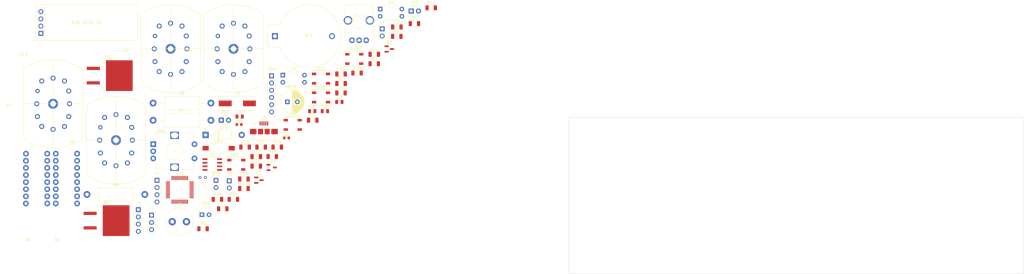
<source format=kicad_pcb>
(kicad_pcb (version 20211014) (generator pcbnew)
  (layers (0 "F.Cu" signal) (31 "B.Cu" signal) (34 "B.Paste" user) (35 "F.Paste" user) (36 "B.SilkS" user "B.Silkscreen") (37 "F.SilkS" user "F.Silkscreen") (38 "B.Mask" user) (39 "F.Mask" user) (44 "Edge.Cuts" user))
  (net 0 "")
  (net 1 "/RCC_OSC32_IN")
  (net 2 "/RCC_OSC32_OUT")
  (net 3 "/RCC_OSC8MGH_OUT")
  (net 4 "/RCC_OSC8MGH_IN")
  (net 5 "/SW_Encoder")
  (net 6 "Net-(D12-Pad4)")
  (net 7 "Net-(D10-Pad1)")
  (net 8 "/D2_X1")
  (net 9 "Net-(D12-Pad2)")
  (net 10 "Net-(D13-Pad2)")
  (net 12 "Net-(C18-Pad1)")
  (net 13 "Net-(C19-Pad1)")
  (net 14 "/D2_X4")
  (net 15 "Net-(D18-Pad2)")
  (net 16 "/D2_X2")
  (net 17 "/D2_X3")
  (net 18 "/D1_X1")
  (net 19 "/D1_X4")
  (net 20 "/D1_X2")
  (net 21 "/D1_X3")
  (net 22 "Net-(R5-Pad1)")
  (net 23 "Net-(L1-Pad2)")
  (net 24 "/VBAT")
  (net 25 "/LED_FRONT_PWM")
  (net 26 "GNDD")
  (net 27 "Net-(BT2-Pad1)")
  (net 28 "Net-(BT2-Pad2)")
  (net 29 "/LED_C13")
  (net 30 "/GND")
  (net 31 "+3.3V")
  (net 32 "+5V")
  (net 33 "Net-(C12-Pad1)")
  (net 34 "/NRST")
  (net 35 "HT")
  (net 36 "/ADC_IN1")
  (net 37 "/ADC_IN2")
  (net 39 "/HVT")
  (net 40 "/BTN_1")
  (net 41 "/BTN_2")
  (net 42 "/CLK_Encoder")
  (net 43 "/I2C_SCL")
  (net 44 "/DT_Encoder")
  (net 45 "/I2C_SDA")
  (net 46 "/PWM_WS2812B")
  (net 48 "/SYS_SWDIO")
  (net 49 "/SYS_SWCLK")
  (net 51 "Net-(D7-Pad1)")
  (net 52 "Net-(D8-Pad1)")
  (net 54 "/5V_BAT")
  (net 55 "/5V_USB")
  (net 56 "Net-(J4-Pad1)")
  (net 57 "Net-(J4-Pad2)")
  (net 58 "Net-(R5-Pad2)")
  (net 59 "/PWM1")
  (net 60 "Net-(Q3-Pad1)")
  (net 61 "/VCC1")
  (net 62 "Net-(R13-Pad2)")
  (net 63 "Net-(R14-Pad2)")
  (net 66 "Net-(J2-Pad1)")
  (net 67 "Net-(D5-Pad1)")
  (net 68 "Net-(D5-Pad9)")
  (net 69 "Net-(D5-Pad11)")
  (net 70 "Net-(D5-Pad14)")
  (net 71 "Net-(D5-Pad16)")
  (net 72 "Net-(D5-Pad15)")
  (net 73 "/LED_PWM")
  (net 74 "/LP2")
  (net 75 "/LP1")
  (net 79 "Net-(D5-Pad13)")
  (net 80 "Net-(D5-Pad10)")
  (net 81 "Net-(Q1-Pad1)")
  (net 82 "Net-(D5-Pad8)")
  (net 83 "Net-(Q2-Pad3)")
  (net 84 "Net-(D5-Pad2)")
  (net 86 "Net-(R7-Pad2)")
  (net 87 "Net-(D6-Pad1)")
  (net 90 "Net-(D6-Pad9)")
  (net 93 "Net-(D6-Pad10)")
  (net 94 "Net-(D6-Pad8)")
  (net 96 "Net-(D6-Pad2)")
  (net 100 "Net-(J2-Pad2)")
  (net 103 "Net-(D6-Pad11)")
  (net 104 "Net-(D6-Pad13)")
  (net 105 "Net-(D6-Pad14)")
  (net 106 "Net-(D6-Pad15)")
  (net 107 "Net-(D6-Pad16)")
  (net 114 "/PC13")
  (footprint "ИН12А:ИН12А" (layer "F.Cu") (at -156.905 53.517445)
    (fp_text reference "D3" (at -15.5 0.5 unlocked) (layer "F.SilkS"))
    (fp_text value "ИН-12А")
    (pad "1" thru_hole circle (at 4 8) (size 1.75 1.75) (drill 1) (layers *.Cu *.Mask) (net 100 "Net-(J2-Pad2)"))
    (pad "2" thru_hole circle (at 5.5 4.5) (size 1.75 1.75) (drill 1) (layers *.Cu *.Mask) (net 67 "Net-(D5-Pad1)"))
    (pad "3" thru_hole circle (at 5.75 0) (size 1.75 1.75) (drill 1) (layers *.Cu *.Mask) (net 68 "Net-(D5-Pad9)"))
    (pad "4" thru_hole circle (at 5.5 -4.5) (size 1.75 1.75) (drill 1) (layers *.Cu *.Mask) (net 69 "Net-(D5-Pad11)"))
    (pad "5" thru_hole circle (at 4 -8) (size 1.75 1.75) (drill 1) (layers *.Cu *.Mask) (net 70 "Net-(D5-Pad14)"))
    (pad "6" thru_hole circle (at 0 -9) (size 1.75 1.75) (drill 1) (layers *.Cu *.Mask) (net 71 "Net-(D5-Pad16)"))
    (pad "7" thru_hole circle (at -4 -8) (size 1.75 1.75) (drill 1) (layers *.Cu *.Mask) (net 72 "Net-(D5-Pad15)"))
    (pad "8" thru_hole circle (at -5.5 -4.5) (size 1.524 1.524) (drill 0.762) (layers *.Cu *.Mask) (net 79 "Net-(D5-Pad13)"))
    (pad "9" thru_hole circle (at -5.75 0) (size 1.75 1.75) (drill 1) (layers *.Cu *.Mask) (net 80 "Net-(D5-Pad10)"))
    (pad "10" thru_hole circle (at -5.5 4.5) (size 1.75 1.75) (drill 1) (layers *.Cu *.Mask) (net 82 "Net-(D5-Pad8)"))
    (pad "11" thru_hole circle (at -4 8) (size 1.75 1.75) (drill 1) (layers *.Cu *.Mask) (net 84 "Net-(D5-Pad2)"))
    (pad "12" thru_hole circle (at 0 9) (size 1.75 1.75) (drill 1) (layers *.Mask "F.Cu" "In1.Cu" "B.Cu"))
    (pad "13" thru_hole circle (at 0 0) (size 3.5 3.5) (drill 2) (layers *.Cu *.Mask))
  )
  (footprint "Capacitor_SMD:C_1206_3216Metric" (layer "F.Cu") (at -89.4 68.748748)
    (fp_text reference "C18" (at 0 -1.85) (layer "F.SilkS"))
    (fp_text value "~")
    (pad "1" smd roundrect (at -1.475 0) (size 1.15 1.8) (layers "F.Cu" "F.Paste" "F.Mask") (roundrect_rratio 0.217391) (net 12 "Net-(C18-Pad1)"))
    (pad "2" smd roundrect (at 1.475 0) (size 1.15 1.8) (layers "F.Cu" "F.Paste" "F.Mask") (roundrect_rratio 0.217391) (net 26 "GNDD"))
  )
  (footprint "Package_TO_SOT_SMD:TO-263-2" (layer "F.Cu") (at -138.12 94.608748)
    (fp_text reference "Q2" (at 0 -6.65) (layer "F.SilkS"))
    (fp_text value "IRF740")
    (pad "1" smd rect (at -5.775 -2.54) (size 4.6 1.1) (layers "F.Cu" "F.Paste" "F.Mask") (net 59 "/PWM1"))
    (pad "2" smd rect (at 3.375 0) (size 9.4 10.8) (layers "F.Cu" "F.Mask") (net 23 "Net-(L1-Pad2)"))
    (pad "3" smd rect (at -5.775 2.54) (size 4.6 1.1) (layers "F.Cu" "F.Paste" "F.Mask") (net 83 "Net-(Q2-Pad3)"))
  )
  (footprint "ИН12А:ИН12А" (layer "F.Cu") (at -134.785 66.327445)
    (fp_text reference "D2" (at -15.5 0.5 unlocked) (layer "F.SilkS"))
    (fp_text value "ИН-12А")
    (pad "1" thru_hole circle (at 4 8) (size 1.75 1.75) (drill 1) (layers *.Cu *.Mask) (net 66 "Net-(J2-Pad1)"))
    (pad "2" thru_hole circle (at 5.5 4.5) (size 1.75 1.75) (drill 1) (layers *.Cu *.Mask) (net 87 "Net-(D6-Pad1)"))
    (pad "3" thru_hole circle (at 5.75 0) (size 1.75 1.75) (drill 1) (layers *.Cu *.Mask) (net 90 "Net-(D6-Pad9)"))
    (pad "4" thru_hole circle (at 5.5 -4.5) (size 1.75 1.75) (drill 1) (layers *.Cu *.Mask) (net 103 "Net-(D6-Pad11)"))
    (pad "5" thru_hole circle (at 4 -8) (size 1.75 1.75) (drill 1) (layers *.Cu *.Mask) (net 105 "Net-(D6-Pad14)"))
    (pad "6" thru_hole circle (at 0 -9) (size 1.75 1.75) (drill 1) (layers *.Cu *.Mask) (net 107 "Net-(D6-Pad16)"))
    (pad "7" thru_hole circle (at -4 -8) (size 1.75 1.75) (drill 1) (layers *.Cu *.Mask) (net 106 "Net-(D6-Pad15)"))
    (pad "8" thru_hole circle (at -5.5 -4.5) (size 1.524 1.524) (drill 0.762) (layers *.Cu *.Mask) (net 104 "Net-(D6-Pad13)"))
    (pad "9" thru_hole circle (at -5.75 0) (size 1.75 1.75) (drill 1) (layers *.Cu *.Mask) (net 93 "Net-(D6-Pad10)"))
    (pad "10" thru_hole circle (at -5.5 4.5) (size 1.75 1.75) (drill 1) (layers *.Cu *.Mask) (net 94 "Net-(D6-Pad8)"))
    (pad "11" thru_hole circle (at -4 8) (size 1.75 1.75) (drill 1) (layers *.Cu *.Mask) (net 96 "Net-(D6-Pad2)"))
    (pad "12" thru_hole circle (at 0 9) (size 1.75 1.75) (drill 1) (layers *.Mask "F.Cu" "In1.Cu" "B.Cu"))
    (pad "13" thru_hole circle (at 0 0) (size 3.5 3.5) (drill 2) (layers *.Cu *.Mask))
  )
  (footprint "Connector_PinHeader_2.54mm:PinHeader_1x04_P2.54mm_Vertical" (layer "F.Cu") (at -120.37 80.438748)
    (fp_text reference "J7" (at 0 -2.33) (layer "F.SilkS"))
    (fp_text value "~")
    (pad "1" thru_hole rect (at 0 0) (size 1.7 1.7) (drill 1) (layers *.Cu *.Mask) (net 40 "/BTN_1"))
    (pad "2" thru_hole oval (at 0 2.54) (size 1.7 1.7) (drill 1) (layers *.Cu *.Mask) (net 41 "/BTN_2"))
    (pad "3" thru_hole oval (at 0 5.08) (size 1.7 1.7) (drill 1) (layers *.Cu *.Mask) (net 31 "+3.3V"))
    (pad "4" thru_hole oval (at 0 7.62) (size 1.7 1.7) (drill 1) (layers *.Cu *.Mask) (net 26 "GNDD"))
  )
  (footprint "Connector_PinHeader_2.54mm:PinHeader_1x02_P2.54mm_Vertical" (layer "F.Cu") (at -99.62 80.438748)
    (fp_text reference "BT2" (at 0 -2.33) (layer "F.SilkS"))
    (fp_text value "Battery_Cell")
    (pad "1" thru_hole rect (at 0 0) (size 1.7 1.7) (drill 1) (layers *.Cu *.Mask) (net 27 "Net-(BT2-Pad1)"))
    (pad "2" thru_hole oval (at 0 2.54) (size 1.7 1.7) (drill 1) (layers *.Cu *.Mask) (net 28 "Net-(BT2-Pad2)"))
  )
  (footprint "ИН12А:ИН12А" (layer "F.Cu") (at -93.475 34.207445)
    (fp_text reference "D4" (at -15.5 0.5 unlocked) (layer "F.SilkS"))
    (fp_text value "ИН-12А")
    (pad "1" thru_hole circle (at 4 8) (size 1.75 1.75) (drill 1) (layers *.Cu *.Mask) (net 100 "Net-(J2-Pad2)"))
    (pad "2" thru_hole circle (at 5.5 4.5) (size 1.75 1.75) (drill 1) (layers *.Cu *.Mask) (net 87 "Net-(D6-Pad1)"))
    (pad "3" thru_hole circle (at 5.75 0) (size 1.75 1.75) (drill 1) (layers *.Cu *.Mask) (net 90 "Net-(D6-Pad9)"))
    (pad "4" thru_hole circle (at 5.5 -4.5) (size 1.75 1.75) (drill 1) (layers *.Cu *.Mask) (net 103 "Net-(D6-Pad11)"))
    (pad "5" thru_hole circle (at 4 -8) (size 1.75 1.75) (drill 1) (layers *.Cu *.Mask) (net 105 "Net-(D6-Pad14)"))
    (pad "6" thru_hole circle (at 0 -9) (size 1.75 1.75) (drill 1) (layers *.Cu *.Mask) (net 107 "Net-(D6-Pad16)"))
    (pad "7" thru_hole circle (at -4 -8) (size 1.75 1.75) (drill 1) (layers *.Cu *.Mask) (net 106 "Net-(D6-Pad15)"))
    (pad "8" thru_hole circle (at -5.5 -4.5) (size 1.524 1.524) (drill 0.762) (layers *.Cu *.Mask) (net 104 "Net-(D6-Pad13)"))
    (pad "9" thru_hole circle (at -5.75 0) (size 1.75 1.75) (drill 1) (layers *.Cu *.Mask) (net 93 "Net-(D6-Pad10)"))
    (pad "10" thru_hole circle (at -5.5 4.5) (size 1.75 1.75) (drill 1) (layers *.Cu *.Mask) (net 94 "Net-(D6-Pad8)"))
    (pad "11" thru_hole circle (at -4 8) (size 1.75 1.75) (drill 1) (layers *.Cu *.Mask) (net 96 "Net-(D6-Pad2)"))
    (pad "12" thru_hole circle (at 0 9) (size 1.75 1.75) (drill 1) (layers *.Mask "F.Cu" "In1.Cu" "B.Cu"))
    (pad "13" thru_hole circle (at 0 0) (size 3.5 3.5) (drill 2) (layers *.Cu *.Mask))
  )
  (footprint "Capacitor_SMD:C_1206_3216Metric" (layer "F.Cu") (at -55.67 46.398748)
    (fp_text reference "C14" (at 0 -1.85) (layer "F.SilkS"))
    (fp_text value "100 pF")
    (pad "1" smd roundrect (at -1.475 0) (size 1.15 1.8) (layers "F.Cu" "F.Paste" "F.Mask") (roundrect_rratio 0.217391) (net 34 "/NRST"))
    (pad "2" smd roundrect (at 1.475 0) (size 1.15 1.8) (layers "F.Cu" "F.Paste" "F.Mask") (roundrect_rratio 0.217391) (net 26 "GNDD"))
  )
  (footprint "Capacitor_SMD:C_1206_3216Metric" (layer "F.Cu") (at -85.48 72.098748)
    (fp_text reference "C13" (at 0 -1.85) (layer "F.SilkS"))
    (fp_text value "1uF")
    (pad "1" smd roundrect (at -1.475 0) (size 1.15 1.8) (layers "F.Cu" "F.Paste" "F.Mask") (roundrect_rratio 0.217391) (net 32 "+5V"))
    (pad "2" smd roundrect (at 1.475 0) (size 1.15 1.8) (layers "F.Cu" "F.Paste" "F.Mask") (roundrect_rratio 0.217391) (net 26 "GNDD"))
  )
  (footprint "Capacitor_THT:CP_Radial_D8.0mm_P3.50mm" (layer "F.Cu") (at -74.545302 52.848748)
    (fp_text reference "C16" (at 1.75 -5.25) (layer "F.SilkS"))
    (fp_text value "22 uF")
    (pad "1" thru_hole rect (at 0 0) (size 1.6 1.6) (drill 0.8) (layers *.Cu *.Mask) (net 35 "HT"))
    (pad "2" thru_hole circle (at 3.5 0) (size 1.6 1.6) (drill 0.8) (layers *.Cu *.Mask) (net 26 "GNDD"))
  )
  (footprint "Resistor_SMD:R_1206_3216Metric" (layer "F.Cu") (at -29.87 25.338748)
    (fp_text reference "R4" (at 0 -1.82) (layer "F.SilkS"))
    (fp_text value "510R")
    (pad "1" smd roundrect (at -1.4625 0) (size 1.125 1.75) (layers "F.Cu" "F.Paste" "F.Mask") (roundrect_rratio 0.222222) (net 51 "Net-(D7-Pad1)"))
    (pad "2" smd roundrect (at 1.4625 0) (size 1.125 1.75) (layers "F.Cu" "F.Paste" "F.Mask") (roundrect_rratio 0.222222) (net 114 "/PC13"))
  )
  (footprint "Package_SO:SO-8_3.9x4.9mm_P1.27mm" (layer "F.Cu") (at -100.95 74.888748)
    (fp_text reference "U5" (at 0 -3.4) (layer "F.SilkS"))
    (fp_text value "MAX1771xSA")
    (pad "1" smd roundrect (at -2.575 -1.905) (size 1.75 0.6) (layers "F.Cu" "F.Paste" "F.Mask") (net 59 "/PWM1"))
    (pad "2" smd roundrect (at -2.575 -0.635) (size 1.75 0.6) (layers "F.Cu" "F.Paste" "F.Mask") (net 61 "/VCC1"))
    (pad "3" smd roundrect (at -2.575 0.635) (size 1.75 0.6) (layers "F.Cu" "F.Paste" "F.Mask") (net 86 "Net-(R7-Pad2)"))
    (pad "4" smd roundrect (at -2.575 1.905) (size 1.75 0.6) (layers "F.Cu" "F.Paste" "F.Mask") (net 26 "GNDD"))
    (pad "5" smd roundrect (at 2.575 1.905) (size 1.75 0.6) (layers "F.Cu" "F.Paste" "F.Mask") (net 33 "Net-(C12-Pad1)"))
    (pad "6" smd roundrect (at 2.575 0.635) (size 1.75 0.6) (layers "F.Cu" "F.Paste" "F.Mask") (net 26 "GNDD"))
    (pad "7" smd roundrect (at 2.575 -0.635) (size 1.75 0.6) (layers "F.Cu" "F.Paste" "F.Mask") (net 26 "GNDD"))
    (pad "8" smd roundrect (at 2.575 -1.905) (size 1.75 0.6) (layers "F.Cu" "F.Paste" "F.Mask") (net 83 "Net-(Q2-Pad3)"))
  )
  (footprint "LED_SMD:LED_WS2812B_PLCC4_5.0x5.0mm_P3.2mm" (layer "F.Cu") (at -51.015 37.763748)
    (fp_text reference "D12" (at 0 -3.5) (layer "F.SilkS"))
    (fp_text value "~")
    (fp_text user "1" (at -4.15 -1.6) (layer "F.SilkS"))
    (pad "1" smd rect (at -2.45 -1.65) (size 1.5 0.9) (layers "F.Cu" "F.Paste" "F.Mask") (net 32 "+5V"))
    (pad "2" smd rect (at -2.45 1.65) (size 1.5 0.9) (layers "F.Cu" "F.Paste" "F.Mask") (net 9 "Net-(D12-Pad2)"))
    (pad "3" smd rect (at 2.45 1.65) (size 1.5 0.9) (layers "F.Cu" "F.Paste" "F.Mask") (net 26 "GNDD"))
    (pad "4" smd rect (at 2.45 -1.65) (size 1.5 0.9) (layers "F.Cu" "F.Paste" "F.Mask") (net 6 "Net-(D12-Pad4)"))
  )
  (footprint "Package_TO_SOT_SMD:SOT-23" (layer "F.Cu") (at -38.71 34.268748)
    (fp_text reference "Q3" (at 0 -2.4) (layer "F.SilkS"))
    (fp_text value "2N7002")
    (pad "1" smd roundrect (at -0.9375 -0.95) (size 1.475 0.6) (layers "F.Cu" "F.Paste" "F.Mask") (net 60 "Net-(Q3-Pad1)"))
    (pad "2" smd roundrect (at -0.9375 0.95) (size 1.475 0.6) (layers "F.Cu" "F.Paste" "F.Mask") (net 61 "/VCC1"))
    (pad "3" smd roundrect (at 0.9375 0) (size 1.475 0.6) (layers "F.Cu" "F.Paste" "F.Mask") (net 32 "+5V"))
  )
  (footprint "Resistor_SMD:R_1206_3216Metric" (layer "F.Cu") (at -97.26 90.418748)
    (fp_text reference "R1" (at 0 -1.82) (layer "F.SilkS"))
    (fp_text value "510R")
    (pad "1" smd roundrect (at -1.4625 0) (size 1.125 1.75) (layers "F.Cu" "F.Paste" "F.Mask") (roundrect_rratio 0.222222) (net 52 "Net-(D8-Pad1)"))
    (pad "2" smd roundrect (at 1.4625 0) (size 1.125 1.75) (layers "F.Cu" "F.Paste" "F.Mask") (roundrect_rratio 0.222222) (net 26 "GNDD"))
  )
  (footprint "Capacitor_SMD:C_1206_3216Metric" (layer "F.Cu") (at -55.67 43.048748)
    (fp_text reference "C15" (at 0 -1.85) (layer "F.SilkS"))
    (fp_text value "1uF")
    (pad "1" smd roundrect (at -1.475 0) (size 1.15 1.8) (layers "F.Cu" "F.Paste" "F.Mask") (roundrect_rratio 0.217391) (net 31 "+3.3V"))
    (pad "2" smd roundrect (at 1.475 0) (size 1.15 1.8) (layers "F.Cu" "F.Paste" "F.Mask") (roundrect_rratio 0.217391) (net 26 "GNDD"))
  )
  (footprint "Button_Switch_SMD:SW_SPST_FSMSM" (layer "F.Cu") (at -98.7 69.138748)
    (fp_text reference "SW1" (at 0 -2.6) (layer "F.SilkS"))
    (fp_text value "~")
    (pad "1" smd rect (at -4.59 0) (size 2.18 1.6) (layers "F.Cu" "F.Paste" "F.Mask") (net 26 "GNDD"))
    (pad "2" smd rect (at 4.59 0) (size 2.18 1.6) (layers "F.Cu" "F.Paste" "F.Mask") (net 34 "/NRST"))
  )
  (footprint "Capacitor_THT:CP_Radial_Tantal_D5.0mm_P2.50mm" (layer "F.Cu") (at -104.580225 92.538748)
    (fp_text reference "C10" (at 1.25 -3.75) (layer "F.SilkS"))
    (fp_text value "100 uF")
    (pad "1" thru_hole rect (at 0 0) (size 1.6 1.6) (drill 0.8) (layers *.Cu *.Mask) (net 32 "+5V"))
    (pad "2" thru_hole circle (at 2.5 0) (size 1.6 1.6) (drill 0.8) (layers *.Cu *.Mask) (net 26 "GNDD"))
  )
  (footprint "Resistor_SMD:R_1206_3216Metric" (layer "F.Cu") (at -99.14 87.128748)
    (fp_text reference "R14" (at 0 -1.82) (layer "F.SilkS"))
    (fp_text value "36R")
    (pad "1" smd roundrect (at -1.4625 0) (size 1.125 1.75) (layers "F.Cu" "F.Paste" "F.Mask") (roundrect_rratio 0.222222) (net 74 "/LP2"))
    (pad "2" smd roundrect (at 1.4625 0) (size 1.125 1.75) (layers "F.Cu" "F.Paste" "F.Mask") (roundrect_rratio 0.222222) (net 63 "Net-(R14-Pad2)"))
  )
  (footprint "Capacitor_SMD:C_0805_2012Metric" (layer "F.Cu") (at -91.33 58.018748)
    (fp_text reference "C7" (at 0 -1.68) (layer "F.SilkS"))
    (fp_text value "~")
    (pad "1" smd roundrect (at -0.95 0) (size 1 1.45) (layers "F.Cu" "F.Paste" "F.Mask") (net 4 "/RCC_OSC8MGH_IN"))
    (pad "2" smd roundrect (at 0.95 0) (size 1 1.45) (layers "F.Cu" "F.Paste" "F.Mask") (net 26 "GNDD"))
  )
  (footprint "Resistor_SMD:R_1206_3216Metric" (layer "F.Cu") (at -23.97 19.788748)
    (fp_text reference "R12" (at 0 -1.82) (layer "F.SilkS"))
    (fp_text value "10кОм")
    (pad "1" smd roundrect (at -1.4625 0) (size 1.125 1.75) (layers "F.Cu" "F.Paste" "F.Mask") (roundrect_rratio 0.222222) (net 13 "Net-(C19-Pad1)"))
    (pad "2" smd roundrect (at 1.4625 0) (size 1.125 1.75) (layers "F.Cu" "F.Paste" "F.Mask") (roundrect_rratio 0.222222) (net 42 "/CLK_Encoder"))
  )
  (footprint "Capacitor_SMD:C_1206_3216Metric" (layer "F.Cu") (at -78.1 68.748748)
    (fp_text reference "C19" (at 0 -1.85) (layer "F.SilkS"))
    (fp_text value "100 nF")
    (pad "1" smd roundrect (at -1.475 0) (size 1.15 1.8) (layers "F.Cu" "F.Paste" "F.Mask") (roundrect_rratio 0.217391) (net 13 "Net-(C19-Pad1)"))
    (pad "2" smd roundrect (at 1.475 0) (size 1.15 1.8) (layers "F.Cu" "F.Paste" "F.Mask") (roundrect_rratio 0.217391) (net 26 "GNDD"))
  )
  (footprint "Resistor_SMD:R_1206_3216Metric" (layer "F.Cu") (at -36.07 29.838748)
    (fp_text reference "R2" (at 0 -1.82) (layer "F.SilkS"))
    (fp_text value "22 Omh")
    (pad "1" smd roundrect (at -1.4625 0) (size 1.125 1.75) (layers "F.Cu" "F.Paste" "F.Mask") (roundrect_rratio 0.222222) (net 73 "/LED_PWM"))
    (pad "2" smd roundrect (at 1.4625 0) (size 1.125 1.75) (layers "F.Cu" "F.Paste" "F.Mask") (roundrect_rratio 0.222222) (net 81 "Net-(Q1-Pad1)"))
  )
  (footprint "Package_DIP:DIP-4_W7.62mm" (layer "F.Cu") (at -76.14 43.448748)
    (fp_text reference "U2" (at 3.81 -2.33) (layer "F.SilkS"))
    (fp_text value "TLP627")
    (pad "1" thru_hole rect (at 0 0) (size 1.6 1.6) (drill 0.8) (layers *.Cu *.Mask) (net 63 "Net-(R14-Pad2)"))
    (pad "2" thru_hole oval (at 0 2.54) (size 1.6 1.6) (drill 0.8) (layers *.Cu *.Mask) (net 26 "GNDD"))
    (pad "3" thru_hole oval (at 7.62 2.54) (size 1.6 1.6) (drill 0.8) (layers *.Cu *.Mask) (net 57 "Net-(J4-Pad2)"))
    (pad "4" thru_hole oval (at 7.62 0) (size 1.6 1.6) (drill 0.8) (layers *.Cu *.Mask) (net 35 "HT"))
  )
  (footprint "Connector_PinHeader_2.54mm:PinHeader_1x02_P2.54mm_Vertical" (layer "F.Cu") (at -94.97 80.608748)
    (fp_text reference "J2" (at 0 -2.33) (layer "F.SilkS"))
    (fp_text value "~")
    (pad "1" thru_hole rect (at 0 0) (size 1.7 1.7) (drill 1) (layers *.Cu *.Mask) (net 66 "Net-(J2-Pad1)"))
    (pad "2" thru_hole oval (at 0 2.54) (size 1.7 1.7) (drill 1) (layers *.Cu *.Mask) (net 100 "Net-(J2-Pad2)"))
  )
  (footprint "Connector_PinHeader_2.54mm:PinHeader_1x04_P2.54mm_Vertical" (layer "F.Cu") (at -126.95 90.758748)
    (fp_text reference "J5" (at 0 -2.33) (layer "F.SilkS"))
    (fp_text value "~")
    (pad "1" thru_hole rect (at 0 0) (size 1.7 1.7) (drill 1) (layers *.Cu *.Mask) (net 26 "GNDD"))
    (pad "2" thru_hole oval (at 0 2.54) (size 1.7 1.7) (drill 1) (layers *.Cu *.Mask) (net 31 "+3.3V"))
    (pad "3" thru_hole oval (at 0 5.08) (size 1.7 1.7) (drill 1) (layers *.Cu *.Mask) (net 48 "/SYS_SWDIO"))
    (pad "4" thru_hole oval (at 0 7.62) (size 1.7 1.7) (drill 1) (layers *.Cu *.Mask) (net 49 "/SYS_SWCLK"))
  )
  (footprint "Package_DIP:DIP-4_W7.62mm" (layer "F.Cu") (at -41.9 20.218748)
    (fp_text reference "U1" (at 3.81 -2.33) (layer "F.SilkS"))
    (fp_text value "TLP627")
    (pad "1" thru_hole rect (at 0 0) (size 1.6 1.6) (drill 0.8) (layers *.Cu *.Mask) (net 62 "Net-(R13-Pad2)"))
    (pad "2" thru_hole oval (at 0 2.54) (size 1.6 1.6) (drill 0.8) (layers *.Cu *.Mask) (net 26 "GNDD"))
    (pad "3" thru_hole oval (at 7.62 2.54) (size 1.6 1.6) (drill 0.8) (layers *.Cu *.Mask) (net 56 "Net-(J4-Pad1)"))
    (pad "4" thru_hole oval (at 7.62 0) (size 1.6 1.6) (drill 0.8) (layers *.Cu *.Mask) (net 35 "HT"))
  )
  (footprint "Diode_THT:D_DO-41_SOD81_P12.70mm_Horizontal" (layer "F.Cu") (at -103.3 64.488748)
    (fp_text reference "D14" (at 6.35 -2.47) (layer "F.SilkS"))
    (fp_text value "~")
    (fp_text user "K" (at 0 -2.1) (layer "F.SilkS"))
    (pad "1" thru_hole rect (at 0 0) (size 2.2 2.2) (drill 1.1) (layers *.Cu *.Mask) (net 23 "Net-(L1-Pad2)"))
    (pad "2" thru_hole oval (at 12.7 0) (size 2.2 2.2) (drill 1.1) (layers *.Cu *.Mask) (net 35 "HT"))
  )
  (footprint "Resistor_THT:R_Axial_DIN0414_L11.9mm_D4.5mm_P20.32mm_Horizontal" (layer "F.Cu") (at -121.75 53.288748)
    (fp_text reference "R6" (at 10.16 -3.37) (layer "F.SilkS"))
    (fp_text value "0.05R")
    (pad "1" thru_hole circle (at 0 0) (size 2.4 2.4) (drill 1.2) (layers *.Cu *.Mask) (net 26 "GNDD"))
    (pad "2" thru_hole oval (at 20.32 0) (size 2.4 2.4) (drill 1.2) (layers *.Cu *.Mask) (net 83 "Net-(Q2-Pad3)"))
  )
  (footprint "Connector_PinHeader_2.54mm:PinHeader_1x02_P2.54mm_Vertical" (layer "F.Cu") (at -41.2 27.168748)
    (fp_text reference "J4" (at 0 -2.33) (layer "F.SilkS"))
    (fp_text value "~")
    (pad "1" thru_hole rect (at 0 0) (size 1.7 1.7) (drill 1) (layers *.Cu *.Mask) (net 56 "Net-(J4-Pad1)"))
    (pad "2" thru_hole oval (at 0 2.54) (size 1.7 1.7) (drill 1) (layers *.Cu *.Mask) (net 57 "Net-(J4-Pad2)"))
  )
  (footprint "LED_SMD:LED_0603_1608Metric" (layer "F.Cu") (at -91.51 60.818748)
    (fp_text reference "D8" (at 0 -1.43) (layer "F.SilkS"))
    (fp_text value "~")
    (pad "1" smd roundrect (at -0.7875 0) (size 0.875 0.95) (layers "F.Cu" "F.Paste" "F.Mask") (net 52 "Net-(D8-Pad1)"))
    (pad "2" smd roundrect (at 0.7875 0) (size 0.875 0.95) (layers "F.Cu" "F.Paste" "F.Mask") (net 31 "+3.3V"))
  )
  (footprint "ИН12А:К155ИД1" (layer "F.Cu") (at -153.465 98.573748)
    (fp_text reference "D5" (at -2 2.75 unlocked) (layer "F.SilkS"))
    (fp_text value "К155_ИД1")
    (pad "1" thru_hole circle (at -2.5 -27.5) (size 2 2) (drill 1) (layers *.Cu *.Mask) (net 67 "Net-(D5-Pad1)"))
    (pad "2" thru_hole circle (at -2.5 -25) (size 2 2) (drill 1) (layers *.Cu *.Mask) (net 84 "Net-(D5-Pad2)"))
    (pad "3" thru_hole circle (at -2.5 -22.5) (size 2 2) (drill 1) (layers *.Cu *.Mask) (net 8 "/D2_X1"))
    (pad "4" thru_hole circle (at -2.5 -20) (size 2 2) (drill 1) (layers *.Cu *.Mask) (net 14 "/D2_X4"))
    (pad "5" thru_hole circle (at -2.5 -17.5) (size 2 2) (drill 1) (layers *.Cu *.Mask) (net 32 "+5V"))
    (pad "6" thru_hole circle (at -2.5 -15) (size 2 2) (drill 1) (layers *.Cu *.Mask) (net 16 "/D2_X2"))
    (pad "7" thru_hole circle (at -2.5 -12.5) (size 2 2) (drill 1) (layers *.Cu *.Mask) (net 17 "/D2_X3"))
    (pad "8" thru_hole circle (at -2.5 -10) (size 2 2) (drill 1) (layers *.Cu *.Mask) (net 82 "Net-(D5-Pad8)"))
    (pad "9" thru_hole circle (at 5 -10) (size 2 2) (drill 1) (layers *.Cu *.Mask) (net 68 "Net-(D5-Pad9)"))
    (pad "10" thru_hole circle (at 5 -12.5) (size 2 2) (drill 1) (layers *.Cu *.Mask) (net 80 "Net-(D5-Pad10)"))
    (pad "11" thru_hole circle (at 5 -15) (size 2 2) (drill 1) (layers *.Cu *.Mask) (net 69 "Net-(D5-Pad11)"))
    (pad "12" thru_hole circle (at 5 -17.5) (size 2 2) (drill 1) (layers *.Cu *.Mask) (net 26 "GNDD"))
    (pad "13" thru_hole circle (at 5 -20) (size 2 2) (drill 1) (layers *.Cu *.Mask) (net 79 "Net-(D5-Pad13)"))
    (pad "14" thru_hole circle (at 5 -22.5) (size 2 2) (drill 1) (layers *.Cu *.Mask) (net 70 "Net-(D5-Pad14)"))
    (pad "15" thru_hole circle (at 5 -25) (size 2 2) (drill 1) (layers *.Cu *.Mask) (net 72 "Net-(D5-Pad15)"))
    (pad "16" thru_hole circle (at 5 -27.5) (size 2 2) (drill 1) (layers *.Cu *.Mask) (net 71 "Net-(D5-Pad16)"))
  )
  (footprint "LED_SMD:LED_0603_1608Metric" (layer "F.Cu") (at -74.83 65.538748)
    (fp_text reference "D7" (at 0 -1.43) (layer "F.SilkS"))
    (fp_text value "~")
    (pad "1" smd roundrect (at -0.7875 0) (size 0.875 0.95) (layers "F.Cu" "F.Paste" "F.Mask") (net 51 "Net-(D7-Pad1)"))
    (pad "2" smd roundrect (at 0.7875 0) (size 0.875 0.95) (layers "F.Cu" "F.Paste" "F.Mask") (net 31 "+3.3V"))
  )
  (footprint "Connector_USB:USB_Micro-B_Amphenol_10104110_Horizontal" (layer "F.Cu") (at -82.8 61.998748)
    (fp_text reference "J3" (at 0 -3.55) (layer "F.SilkS"))
    (fp_text value "USB_B_Micro")
    (pad "1" smd rect (at -1.3 -1.55) (size 0.4 1.4) (layers "F.Cu" "F.Paste" "F.Mask") (net 55 "/5V_USB"))
    (pad "2" smd rect (at -0.65 -1.55) (size 0.4 1.4) (layers "F.Cu" "F.Paste" "F.Mask"))
    (pad "3" smd rect (at 0 -1.55) (size 0.4 1.4) (layers "F.Cu" "F.Paste" "F.Mask"))
    (pad "4" smd rect (at 0.65 -1.55) (size 0.4 1.4) (layers "F.Cu" "F.Paste" "F.Mask"))
    (pad "5" smd rect (at 1.3 -1.55) (size 0.4 1.4) (layers "F.Cu" "F.Paste" "F.Mask") (net 26 "GNDD"))
    (pad "6" smd rect (at 3.75 1.3) (size 2.3 1.9) (layers "F.Cu" "F.Paste" "F.Mask") (net 26 "GNDD"))
    (pad "6" smd rect (at -3.75 1.3) (size 2.3 1.9) (layers "F.Cu" "F.Paste" "F.Mask") (net 26 "GNDD"))
    (pad "6" smd rect (at -1.15 1.3) (size 1.8 1.9) (layers "F.Cu" "F.Paste" "F.Mask") (net 26 "GNDD"))
    (pad "6" smd rect (at 1.15 1.3) (size 1.8 1.9) (layers "F.Cu" "F.Paste" "F.Mask") (net 26 "GNDD"))
  )
  (footprint "Package_TO_SOT_SMD:SOT-23-3" (layer "F.Cu") (at -80.08 75.938748)
    (fp_text reference "U10" (at 0 -2.4) (layer "F.SilkS"))
    (fp_text value "XC6206PxxxMR")
    (pad "1" smd roundrect locked (at -1.1375 -0.95) (size 1.325 0.6) (layers "F.Cu" "F.Paste" "F.Mask") (net 26 "GNDD"))
    (pad "2" smd roundrect locked (at -1.1375 0.95) (size 1.325 0.6) (layers "F.Cu" "F.Paste" "F.Mask") (net 31 "+3.3V"))
    (pad "3" smd roundrect locked (at 1.1375 0) (size 1.325 0.6) (layers "F.Cu" "F.Paste" "F.Mask") (net 32 "+5V"))
  )
  (footprint "LED_THT:LED_D3.0mm" (layer "F.Cu") (at -97.78 59.288748)
    (fp_text reference "D11" (at 1.27 -2.96) (layer "F.SilkS"))
    (fp_text value "~")
    (pad "1" thru_hole rect (at 0 0) (size 1.8 1.8) (drill 0.9) (layers *.Cu *.Mask) (net 22 "Net-(R5-Pad1)"))
    (pad "2" thru_hole circle (at 2.54 0) (size 1.8 1.8) (drill 0.9) (layers *.Cu *.Mask) (net 7 "Net-(D10-Pad1)"))
  )
  (footprint "LED_SMD:LED_WS2812B_PLCC4_5.0x5.0mm_P3.2mm" (layer "F.Cu") (at -92.515 74.973748)
    (fp_text reference "D9" (at 0 -3.5) (layer "F.SilkS"))
    (fp_text value "~")
    (fp_text user "1" (at -4.15 -1.6) (layer "F.SilkS"))
    (pad "1" smd rect (at -2.45 -1.65) (size 1.5 0.9) (layers "F.Cu" "F.Paste" "F.Mask") (net 32 "+5V"))
    (pad "2" smd rect (at -2.45 1.65) (size 1.5 0.9) (layers "F.Cu" "F.Paste" "F.Mask") (net 6 "Net-(D12-Pad4)"))
    (pad "3" smd rect (at 2.45 1.65) (size 1.5 0.9) (layers "F.Cu" "F.Paste" "F.Mask") (net 26 "GNDD"))
    (pad "4" smd rect (at 2.45 -1.65) (size 1.5 0.9) (layers "F.Cu" "F.Paste" "F.Mask") (net 15 "Net-(D18-Pad2)"))
  )
  (footprint "ИН12А:К155ИД1" (layer "F.Cu") (at -163.965 98.573748)
    (fp_text reference "D6" (at -2 2.75 unlocked) (layer "F.SilkS"))
    (fp_text value "К155_ИД1")
    (pad "1" thru_hole circle (at -2.5 -27.5) (size 2 2) (drill 1) (layers *.Cu *.Mask) (net 87 "Net-(D6-Pad1)"))
    (pad "2" thru_hole circle (at -2.5 -25) (size 2 2) (drill 1) (layers *.Cu *.Mask) (net 96 "Net-(D6-Pad2)"))
    (pad "3" thru_hole circle (at -2.5 -22.5) (size 2 2) (drill 1) (layers *.Cu *.Mask) (net 18 "/D1_X1"))
    (pad "4" thru_hole circle (at -2.5 -20) (size 2 2) (drill 1) (layers *.Cu *.Mask) (net 19 "/D1_X4"))
    (pad "5" thru_hole circle (at -2.5 -17.5) (size 2 2) (drill 1) (layers *.Cu *.Mask) (net 32 "+5V"))
    (pad "6" thru_hole circle (at -2.5 -15) (size 2 2) (drill 1) (layers *.Cu *.Mask) (net 20 "/D1_X2"))
    (pad "7" thru_hole circle (at -2.5 -12.5) (size 2 2) (drill 1) (layers *.Cu *.Mask) (net 21 "/D1_X3"))
    (pad "8" thru_hole circle (at -2.5 -10) (size 2 2) (drill 1) (layers *.Cu *.Mask) (net 94 "Net-(D6-Pad8)"))
    (pad "9" thru_hole circle (at 5 -10) (size 2 2) (drill 1) (layers *.Cu *.Mask) (net 90 "Net-(D6-Pad9)"))
    (pad "10" thru_hole circle (at 5 -12.5) (size 2 2) (drill 1) (layers *.Cu *.Mask) (net 93 "Net-(D6-Pad10)"))
    (pad "11" thru_hole circle (at 5 -15) (size 2 2) (drill 1) (layers *.Cu *.Mask) (net 103 "Net-(D6-Pad11)"))
    (pad "12" thru_hole circle (at 5 -17.5) (size 2 2) (drill 1) (layers *.Cu *.Mask) (net 26 "GNDD"))
    (pad "13" thru_hole circle (at 5 -20) (size 2 2) (drill 1) (layers *.Cu *.Mask) (net 104 "Net-(D6-Pad13)"))
    (pad "14" thru_hole circle (at 5 -22.5) (size 2 2) (drill 1) (layers *.Cu *.Mask) (net 105 "Net-(D6-Pad14)"))
    (pad "15" thru_hole circle (at 5 -25) (size 2 2) (drill 1) (layers *.Cu *.Mask) (net 106 "Net-(D6-Pad15)"))
    (pad "16" thru_hole circle (at 5 -27.5) (size 2 2) (drill 1) (layers *.Cu *.Mask) (net 107 "Net-(D6-Pad16)"))
  )
  (footprint "Capacitor_SMD:C_1206_3216Metric" (layer "F.Cu") (at -85.48 75.448748)
    (fp_text reference "C11" (at 0 -1.85) (layer "F.SilkS"))
    (fp_text value "~")
    (pad "1" smd roundrect (at -1.475 0) (size 1.15 1.8) (layers "F.Cu" "F.Paste" "F.Mask") (roundrect_rratio 0.217391) (net 32 "+5V"))
    (pad "2" smd roundrect (at 1.475 0) (size 1.15 1.8) (layers "F.Cu" "F.Paste" "F.Mask") (roundrect_rratio 0.217391) (net 26 "GNDD"))
  )
  (footprint "Capacitor_SMD:C_1206_3216Metric" (layer "F.Cu") (at -65.63 59.298748)
    (fp_text reference "C5" (at 0 -1.85) (layer "F.SilkS"))
    (fp_text value "4.7uF")
    (pad "1" smd roundrect (at -1.475 0) (size 1.15 1.8) (layers "F.Cu" "F.Paste" "F.Mask") (roundrect_rratio 0.217391) (net 31 "+3.3V"))
    (pad "2" smd roundrect (at 1.475 0) (size 1.15 1.8) (layers "F.Cu" "F.Paste" "F.Mask") (roundrect_rratio 0.217391) (net 26 "GNDD"))
  )
  (footprint "ИН12А:0.91OLED" (layer "F.Cu") (at -167.215 36.703748)
    (fp_text reference "D19" (at 0 -0.5 unlocked) (layer "F.SilkS"))
    (fp_text value "0.91_OLED")
    (fp_text user "0.91 OLED I2C" (at 22.25 -11.75 unlocked) (layer "F.SilkS"))
    (pad "1" thru_hole rect (at 6 -7.94 180) (size 1.7 1.7) (drill 1) (layers *.Mask "F.Cu" "In1.Cu" "B.Cu") (net 26 "GNDD"))
    (pad "2" thru_hole oval (at 6 -10.48 270) (size 1.7 1.7) (drill 1) (layers *.Mask "F.Cu" "In1.Cu" "B.Cu") (net 31 "+3.3V"))
    (pad "3" thru_hole oval (at 6 -13.02 180) (size 1.7 1.7) (drill 1) (layers *.Mask "F.Cu" "In1.Cu" "B.Cu") (net 43 "/I2C_SCL"))
    (pad "4" thru_hole oval (at 6 -15.56 180) (size 1.7 1.7) (drill 1) (layers *.Mask "F.Cu" "In1.Cu" "B.Cu") (net 45 "/I2C_SDA"))
  )
  (footprint "ИН12А:ИН12А" (layer "F.Cu") (at -115.595 34.207445)
    (fp_text reference "D1" (at -15.5 0.5 unlocked) (layer "F.SilkS"))
    (fp_text value "ИН-12А")
    (pad "1" thru_hole circle (at 4 8) (size 1.75 1.75) (drill 1) (layers *.Cu *.Mask) (net 66 "Net-(J2-Pad1)"))
    (pad "2" thru_hole circle (at 5.5 4.5) (size 1.75 1.75) (drill 1) (layers *.Cu *.Mask) (net 67 "Net-(D5-Pad1)"))
    (pad "3" thru_hole circle (at 5.75 0) (size 1.75 1.75) (drill 1) (layers *.Cu *.Mask) (net 68 "Net-(D5-Pad9)"))
    (pad "4" thru_hole circle (at 5.5 -4.5) (size 1.75 1.75) (drill 1) (layers *.Cu *.Mask) (net 69 "Net-(D5-Pad11)"))
    (pad "5" thru_hole circle (at 4 -8) (size 1.75 1.75) (drill 1) (layers *.Cu *.Mask) (net 70 "Net-(D5-Pad14)"))
    (pad "6" thru_hole circle (at 0 -9) (size 1.75 1.75) (drill 1) (layers *.Cu *.Mask) (net 71 "Net-(D5-Pad16)"))
    (pad "7" thru_hole circle (at -4 -8) (size 1.75 1.75) (drill 1) (layers *.Cu *.Mask) (net 72 "Net-(D5-Pad15)"))
    (pad "8" thru_hole circle (at -5.5 -4.5) (size 1.524 1.524) (drill 0.762) (layers *.Cu *.Mask) (net 79 "Net-(D5-Pad13)"))
    (pad "9" thru_hole circle (at -5.75 0) (size 1.75 1.75) (drill 1) (layers *.Cu *.Mask) (net 80 "Net-(D5-Pad10)"))
    (pad "10" thru_hole circle (at -5.5 4.5) (size 1.75 1.75) (drill 1) (layers *.Cu *.Mask) (net 82 "Net-(D5-Pad8)"))
    (pad "11" thru_hole circle (at -4 8) (size 1.75 1.75) (drill 1) (layers *.Cu *.Mask) (net 84 "Net-(D5-Pad2)"))
    (pad "12" thru_hole circle (at 0 9) (size 1.75 1.75) (drill 1) (layers *.Mask "F.Cu" "In1.Cu" "B.Cu"))
    (pad "13" thru_hole circle (at 0 0) (size 3.5 3.5) (drill 2) (layers *.Cu *.Mask))
  )
  (footprint "ИН12А:BAT" (layer "F.Cu") (at -67.115 29.811646)
    (fp_text reference "BT1" (at 0.05 -0.3 unlocked) (layer "F.SilkS"))
    (fp_text value "Battery_Cell")
    (pad "1" thru_hole rect (at -11.8 -0.05 270) (size 2.1 2.1) (drill 1.3) (layers *.Mask "F.Cu" "In1.Cu" "B.Cu") (net 24 "/VBAT"))
    (pad "2" thru_hole circle (at 8.25 -0.05 270) (size 2.1 2.1) (drill 1.3) (layers *.Mask "F.Cu" "In1.Cu" "B.Cu") (net 26 "GNDD"))
  )
  (footprint "Resistor_SMD:R_1206_3216Metric" (layer "F.Cu") (at -93.53 87.128748)
    (fp_text reference "R11" (at 0 -1.82) (layer "F.SilkS"))
    (fp_text value "10кОм")
    (pad "1" smd roundrect (at -1.4625 0) (size 1.125 1.75) (layers "F.Cu" "F.Paste" "F.Mask") (roundrect_rratio 0.222222) (net 12 "Net-(C18-Pad1)"))
    (pad "2" smd roundrect (at 1.4625 0) (size 1.125 1.75) (layers "F.Cu" "F.Paste" "F.Mask") (roundrect_rratio 0.222222) (net 44 "/DT_Encoder"))
  )
  (footprint "Package_TO_SOT_SMD:SOT-23" (layer "F.Cu") (at -84.55 80.388748)
    (fp_text reference "Q1" (at 0 -2.4) (layer "F.SilkS"))
    (fp_text value "2N7002")
    (pad "1" smd roundrect (at -0.9375 -0.95) (size 1.475 0.6) (layers "F.Cu" "F.Paste" "F.Mask") (net 81 "Net-(Q1-Pad1)"))
    (pad "2" smd roundrect (at -0.9375 0.95) (size 1.475 0.6) (layers "F.Cu" "F.Paste" "F.Mask") (net 26 "GNDD"))
    (pad "3" smd roundrect (at 0.9375 0) (size 1.475 0.6) (layers "F.Cu" "F.Paste" "F.Mask") (net 58 "Net-(R5-Pad2)"))
  )
  (footprint "LED_SMD:LED_WS2812B_PLCC4_5.0x5.0mm_P3.2mm" (layer "F.Cu") (at -62.705 51.303748)
    (fp_text reference "D18" (at 0 -3.5) (layer "F.SilkS"))
    (fp_text value "~")
    (fp_text user "1" (at -4.15 -1.6) (layer "F.SilkS"))
    (pad "1" smd rect (at -2.45 -1.65) (size 1.5 0.9) (layers "F.Cu" "F.Paste" "F.Mask") (net 32 "+5V"))
    (pad "2" smd rect (at -2.45 1.65) (size 1.5 0.9) (layers "F.Cu" "F.Paste" "F.Mask") (net 15 "Net-(D18-Pad2)"))
    (pad "3" smd rect (at 2.45 1.65) (size 1.5 0.9) (layers "F.Cu" "F.Paste" "F.Mask") (net 26 "GNDD"))
    (pad "4" smd rect (at 2.45 -1.65) (size 1.5 0.9) (layers "F.Cu" "F.Paste" "F.Mask") (net 25 "/LED_FRONT_PWM"))
  )
  (footprint "Resistor_SMD:R_1206_3216Metric" (layer "F.Cu") (at -79.85 72.068748)
    (fp_text reference "R10" (at 0 -1.82) (layer "F.SilkS"))
    (fp_text value "100k")
    (pad "1" smd roundrect (at -1.4625 0) (size 1.125 1.75) (layers "F.Cu" "F.Paste" "F.Mask") (roundrect_rratio 0.222222) (net 60 "Net-(Q3-Pad1)"))
    (pad "2" smd roundrect (at 1.4625 0) (size 1.125 1.75) (layers "F.Cu" "F.Paste" "F.Mask") (roundrect_rratio 0.222222) (net 26 "GNDD"))
  )
  (footprint "Connector_PinHeader_2.54mm:PinHeader_1x06_P2.54mm_Vertical" (layer "F.Cu") (at -80.09 43.698748)
    (fp_text reference "D16" (at 0 -2.33) (layer "F.SilkS"))
    (fp_text value "MH-CD42")
    (pad "1" thru_hole rect (at 0 0) (size 1.7 1.7) (drill 1) (layers *.Cu *.Mask) (net 54 "/5V_BAT"))
    (pad "2" thru_hole oval (at 0 2.54) (size 1.7 1.7) (drill 1) (layers *.Cu *.Mask) (net 26 "GNDD"))
    (pad "3" thru_hole oval (at 0 5.08) (size 1.7 1.7) (drill 1) (layers *.Cu *.Mask) (net 27 "Net-(BT2-Pad1)"))
    (pad "4" thru_hole oval (at 0 7.62) (size 1.7 1.7) (drill 1) (layers *.Cu *.Mask) (net 28 "Net-(BT2-Pad2)"))
    (pad "5" thru_hole oval (at 0 10.16) (size 1.7 1.7) (drill 1) (layers *.Cu *.Mask) (net 26 "GNDD"))
    (pad "6" thru_hole oval (at 0 12.7) (size 1.7 1.7) (drill 1) (layers *.Cu *.Mask) (net 55 "/5V_USB"))
  )
  (footprint "Resistor_SMD:R_1206_3216Metric" (layer "F.Cu") (at -104.19 97.458748)
    (fp_text reference "R5" (at 0 -1.82) (layer "F.SilkS"))
    (fp_text value "43R")
    (pad "1" smd roundrect (at -1.4625 0) (size 1.125 1.75) (layers "F.Cu" "F.Paste" "F.Mask") (roundrect_rratio 0.222222) (net 22 "Net-(R5-Pad1)"))
    (pad "2" smd roundrect (at 1.4625 0) (size 1.125 1.75) (layers "F.Cu" "F.Paste" "F.Mask") (roundrect_rratio 0.222222) (net 58 "Net-(R5-Pad2)"))
  )
  (footprint "Capacitor_SMD:C_1206_3216Metric" (layer "F.Cu") (at -36.05 26.518748)
    (fp_text reference "C3" (at 0 -1.85) (layer "F.SilkS"))
    (fp_text value "0.1uF")
    (pad "1" smd roundrect (at -1.475 0) (size 1.15 1.8) (layers "F.Cu" "F.Paste" "F.Mask") (roundrect_rratio 0.217391) (net 31 "+3.3V"))
    (pad "2" smd roundrect (at 1.475 0) (size 1.15 1.8) (layers "F.Cu" "F.Paste" "F.Mask") (roundrect_rratio 0.217391) (net 26 "GNDD"))
  )
  (footprint "LED_THT:LED_D3.0mm" (layer "F.Cu") (at -31 20.918748)
    (fp_text reference "D10" (at 1.27 -2.96) (layer "F.SilkS"))
    (fp_text value "~")
    (pad "1" thru_hole rect (at 0 0) (size 1.8 1.8) (drill 0.9) (layers *.Cu *.Mask) (net 7 "Net-(D10-Pad1)"))
    (pad "2" thru_hole circle (at 2.54 0) (size 1.8 1.8) (drill 0.9) (layers *.Cu *.Mask) (net 32 "+5V"))
  )
  (footprint "Resistor_SMD:R_1206_3216Metric" (layer "F.Cu") (at -44 39.448748)
    (fp_text reference "R3" (at 0 -1.82) (layer "F.SilkS"))
    (fp_text value "100k")
    (pad "1" smd roundrect (at -1.4625 0) (size 1.125 1.75) (layers "F.Cu" "F.Paste" "F.Mask") (roundrect_rratio 0.222222) (net 81 "Net-(Q1-Pad1)"))
    (pad "2" smd roundrect (at 1.4625 0) (size 1.125 1.75) (layers "F.Cu" "F.Paste" "F.Mask") (roundrect_rratio 0.222222) (net 26 "GNDD"))
  )
  (footprint "Capacitor_SMD:C_0805_2012Metric" (layer "F.Cu") (at -61.35 56.118748)
    (fp_text reference "C6" (at 0 -1.68) (layer "F.SilkS"))
    (fp_text value "~")
    (pad "1" smd roundrect (at -0.95 0) (size 1 1.45) (layers "F.Cu" "F.Paste" "F.Mask") (net 3 "/RCC_OSC8MGH_OUT"))
    (pad "2" smd roundrect (at 0.95 0) (size 1 1.45) (layers "F.Cu" "F.Paste" "F.Mask") (net 26 "GNDD"))
  )
  (footprint "Capacitor_SMD:C_1206_3216Metric" (layer "F.Cu") (at -89.82 79.958748)
    (fp_text reference "C12" (at 0 -1.85) (layer "F.SilkS"))
    (fp_text value "~")
    (pad "1" smd roundrect (at -1.475 0) (size 1.15 1.8) (layers "F.Cu" "F.Paste" "F.Mask") (roundrect_rratio 0.217391) (net 33 "Net-(C12-Pad1)"))
    (pad "2" smd roundrect (at 1.475 0) (size 1.15 1.8) (layers "F.Cu" "F.Paste" "F.Mask") (roundrect_rratio 0.217391) (net 26 "GNDD"))
  )
  (footprint "LED_SMD:LED_WS2812B_PLCC4_5.0x5.0mm_P3.2mm" (layer "F.Cu") (at -72.665 60.933748)
    (fp_text reference "D13" (at 0 -3.5) (layer "F.SilkS"))
    (fp_text value "~")
    (fp_text user "1" (at -4.15 -1.6) (layer "F.SilkS"))
    (pad "1" smd rect (at -2.45 -1.65) (size 1.5 0.9) (layers "F.Cu" "F.Paste" "F.Mask") (net 32 "+5V"))
    (pad "2" smd rect (at -2.45 1.65) (size 1.5 0.9) (layers "F.Cu" "F.Paste" "F.Mask") (net 10 "Net-(D13-Pad2)"))
    (pad "3" smd rect (at 2.45 1.65) (size 1.5 0.9) (layers "F.Cu" "F.Paste" "F.Mask") (net 26 "GNDD"))
    (pad "4" smd rect (at 2.45 -1.65) (size 1.5 0.9) (layers "F.Cu" "F.Paste" "F.Mask") (net 9 "Net-(D12-Pad2)"))
  )
  (footprint "LED_SMD:LED_WS2812B_PLCC4_5.0x5.0mm_P3.2mm" (layer "F.Cu") (at -62.705 44.683748)
    (fp_text reference "D15" (at 0 -3.5) (layer "F.SilkS"))
    (fp_text value "WS2812B")
    (fp_text user "1" (at -4.15 -1.6) (layer "F.SilkS"))
    (pad "1" smd rect (at -2.45 -1.65) (size 1.5 0.9) (layers "F.Cu" "F.Paste" "F.Mask") (net 32 "+5V"))
    (pad "2" smd rect (at -2.45 1.65) (size 1.5 0.9) (layers "F.Cu" "F.Paste" "F.Mask"))
    (pad "3" smd rect (at 2.45 1.65) (size 1.5 0.9) (layers "F.Cu" "F.Paste" "F.Mask") (net 26 "GNDD"))
    (pad "4" smd rect (at 2.45 -1.65) (size 1.5 0.9) (layers "F.Cu" "F.Paste" "F.Mask") (net 10 "Net-(D13-Pad2)"))
  )
  (footprint "Rotary_Encoder:RotaryEncoder_Alps_EC12E-Switch_Vertical_H20mm" (layer "F.Cu") (at -121.7 67.738748)
    (fp_text reference "SW2" (at 2.8 -4.7) (layer "F.SilkS"))
    (fp_text value "~")
    (pad "A" thru_hole rect (at 0 0) (size 2 2) (drill 1) (layers *.Cu *.Mask) (net 44 "/DT_Encoder"))
    (pad "B" thru_hole circle (at 0 5) (size 2 2) (drill 1) (layers *.Cu *.Mask) (net 42 "/CLK_Encoder"))
    (pad "C" thru_hole circle (at 0 2.5) (size 2 2) (drill 1) (layers *.Cu *.Mask) (net 26 "GNDD"))
    (pad "MP" thru_hole rect (at 7.5 -3.1) (size 3 2.5) (drill oval 2.5 2) (layers *.Cu *.Mask))
    (pad "MP" thru_hole rect (at 7.5 8.1) (size 3 2.5) (drill oval 2.5 2) (layers *.Cu *.Mask))
    (pad "S1" thru_hole circle (at 14.5 0) (size 2 2) (drill 1) (layers *.Cu *.Mask) (net 5 "/SW_Encoder"))
    (pad "S2" thru_hole circle (at 14.5 5) (size 2 2) (drill 1) (layers *.Cu *.Mask) (net 26 "GNDD"))
  )
  (footprint "Capacitor_SMD:C_1206_3216Metric" (layer "F.Cu") (at -89.82 83.308748)
    (fp_text reference "C17" (at 0 -1.85) (layer "F.SilkS"))
    (fp_text value "100 pF")
    (pad "1" smd roundrect (at -1.475 0) (size 1.15 1.8) (layers "F.Cu" "F.Paste" "F.Mask") (roundrect_rratio 0.217391) (net 5 "/SW_Encoder"))
    (pad "2" smd roundrect (at 1.475 0) (size 1.15 1.8) (layers "F.Cu" "F.Paste" "F.Mask") (roundrect_rratio 0.217391) (net 26 "GNDD"))
  )
  (footprint "Crystal:Crystal_C26-LF_D2.1mm_L6.5mm_Horizontal" (layer "F.Cu") (at -105.27 79.438748)
    (fp_text reference "Y1" (at -1.6 1.75 90) (layer "F.SilkS"))
    (fp_text value "~")
    (pad "1" thru_hole circle (at 0 0) (size 1 1) (drill 0.5) (layers *.Cu *.Mask) (net 1 "/RCC_OSC32_IN"))
    (pad "2" thru_hole circle (at 1.9 0) (size 1 1) (drill 0.5) (layers *.Cu *.Mask) (net 2 "/RCC_OSC32_OUT"))
  )
  (footprint "Package_TO_SOT_SMD:TO-263-2" (layer "F.Cu") (at -137 43.628748)
    (fp_text reference "D17" (at 0 -6.65) (layer "F.SilkS"))
    (fp_text value "16CTQ100")
    (pad "1" smd rect (at -5.775 -2.54) (size 4.6 1.1) (layers "F.Cu" "F.Paste" "F.Mask") (net 55 "/5V_USB"))
    (pad "2" smd rect (at 3.375 0) (size 9.4 10.8) (layers "F.Cu" "F.Mask") (net 32 "+5V"))
    (pad "3" smd rect (at -5.775 2.54) (size 4.6 1.1) (layers "F.Cu" "F.Paste" "F.Mask") (net 54 "/5V_BAT"))
  )
  (footprint "Capacitor_SMD:C_1206_3216Metric" (layer "F.Cu") (at -83.75 68.748748)
    (fp_text reference "C21" (at 0 -1.85) (layer "F.SilkS"))
    (fp_text value "~")
    (pad "1" smd roundrect (at -1.475 0) (size 1.15 1.8) (layers "F.Cu" "F.Paste" "F.Mask") (roundrect_rratio 0.217391) (net 26 "GNDD"))
    (pad "2" smd roundrect (at 1.475 0) (size 1.15 1.8) (layers "F.Cu" "F.Paste" "F.Mask") (roundrect_rratio 0.217391) (net 32 "+5V"))
  )
  (footprint "Capacitor_SMD:C_0805_2012Metric" (layer "F.Cu") (at -56.27 52.868748)
    (fp_text reference "C2" (at 0 -1.68) (layer "F.SilkS"))
    (fp_text value "~")
    (pad "1" smd roundrect (at -0.95 0) (size 1 1.45) (layers "F.Cu" "F.Paste" "F.Mask") (net 2 "/RCC_OSC32_OUT"))
    (pad "2" smd roundrect (at 0.95 0) (size 1 1.45) (layers "F.Cu" "F.Paste" "F.Mask") (net 26 "GNDD"))
  )
  (footprint "Inductor_THT:L_Radial_D9.5mm_P5.00mm_Fastron_07HVP" (layer "F.Cu") (at -115.02 94.988748)
    (fp_text reference "L1" (at 2.5 -6) (layer "F.SilkS"))
    (fp_text value "100mH")
    (pad "1" thru_hole circle (at 0 0) (size 2.6 2.6) (drill 1.3) (layers *.Cu *.Mask) (net 32 "+5V"))
    (pad "2" thru_hole circle (at 5 0) (size 2.6 2.6) (drill 1.3) (layers *.Cu *.Mask) (net 23 "Net-(L1-Pad2)"))
  )
  (footprint "Connector_PinSocket_2.54mm:PinSocket_1x03_P2.54mm_Vertical" (layer "F.Cu") (at -122.3 92.688748)
    (fp_text reference "J1" (at 0 -2.77) (layer "F.SilkS"))
    (fp_text value "~")
    (pad "1" thru_hole rect (at 0 0) (size 1.7 1.7) (drill 1) (layers *.Cu *.Mask) (net 26 "GNDD"))
    (pad "2" thru_hole oval (at 0 2.54) (size 1.7 1.7) (drill 1) (layers *.Cu *.Mask) (net 37 "/ADC_IN2"))
    (pad "3" thru_hole oval (at 0 5.08) (size 1.7 1.7) (drill 1) (layers *.Cu *.Mask) (net 31 "+3.3V"))
  )
  (footprint "Crystal:Crystal_SMD_HC49-SD" (layer "F.Cu") (at -92.13 53.388748)
    (fp_text reference "Y2" (at 0 -3.55) (layer "F.SilkS"))
    (fp_text value "~")
    (pad "1" smd rect (at -4.25 0) (size 4.5 2) (layers "F.Cu" "F.Paste" "F.Mask") (net 3 "/RCC_OSC8MGH_OUT"))
    (pad "2" smd rect (at 4.25 0) (size 4.5 2) (layers "F.Cu" "F.Paste" "F.Mask") (net 4 "/RCC_OSC8MGH_IN"))
  )
  (footprint "Package_QFP:LQFP-48_7x7mm_P0.5mm" (layer "F.Cu") (at -112.37 83.788748)
    (fp_text reference "DD1" (at 0 -5.85) (layer "F.SilkS"))
    (fp_text value "STM32G030C6T6")
    (pad "1" smd roundrect (at -4.1625 -2.75) (size 1.475 0.3) (layers "F.Cu" "F.Paste" "F.Mask") (net 29 "/LED_C13"))
    (pad "2" smd roundrect (at -4.1625 -2.25) (size 1.475 0.3) (layers "F.Cu" "F.Paste" "F.Mask") (net 1 "/RCC_OSC32_IN"))
    (pad "3" smd roundrect (at -4.1625 -1.75) (size 1.475 0.3) (layers "F.Cu" "F.Paste" "F.Mask") (net 2 "/RCC_OSC32_OUT"))
    (pad "4" smd roundrect (at -4.1625 -1.25) (size 1.475 0.3) (layers "F.Cu" "F.Paste" "F.Mask") (net 24 "/VBAT"))
    (pad "5" smd roundrect (at -4.1625 -0.75) (size 1.475 0.3) (layers "F.Cu" "F.Paste" "F.Mask") (net 26 "GNDD"))
    (pad "6" smd roundrect (at -4.1625 -0.25) (size 1.475 0.3) (layers "F.Cu" "F.Paste" "F.Mask") (net 31 "+3.3V"))
    (pad "7" smd roundrect (at -4.1625 0.25) (size 1.475 0.3) (layers "F.Cu" "F.Paste" "F.Mask") (net 30 "/GND"))
    (pad "8" smd roundrect (at -4.1625 0.75) (size 1.475 0.3) (layers "F.Cu" "F.Paste" "F.Mask") (net 4 "/RCC_OSC8MGH_IN"))
    (pad "9" smd roundrect (at -4.1625 1.25) (size 1.475 0.3) (layers "F.Cu" "F.Paste" "F.Mask") (net 3 "/RCC_OSC8MGH_OUT"))
    (pad "10" smd roundrect (at -4.1625 1.75) (size 1.475 0.3) (layers "F.Cu" "F.Paste" "F.Mask") (net 34 "/NRST"))
    (pad "11" smd roundrect (at -4.1625 2.25) (size 1.475 0.3) (layers "F.Cu" "F.Paste" "F.Mask") (net 36 "/ADC_IN1"))
    (pad "12" smd roundrect (at -4.1625 2.75) (size 1.475 0.3) (layers "F.Cu" "F.Paste" "F.Mask") (net 37 "/ADC_IN2"))
    (pad "13" smd roundrect (at -2.75 4.1625) (size 0.3 1.475) (layers "F.Cu" "F.Paste" "F.Mask") (net 8 "/D2_X1"))
    (pad "14" smd roundrect (at -2.25 4.1625) (size 0.3 1.475) (layers "F.Cu" "F.Paste" "F.Mask") (net 16 "/D2_X2"))
    (pad "15" smd roundrect (at -1.75 4.1625) (size 0.3 1.475) (layers "F.Cu" "F.Paste" "F.Mask") (net 17 "/D2_X3"))
    (pad "16" smd roundrect (at -1.25 4.1625) (size 0.3 1.475) (layers "F.Cu" "F.Paste" "F.Mask") (net 14 "/D2_X4"))
    (pad "17" smd roundrect (at -0.75 4.1625) (size 0.3 1.475) (layers "F.Cu" "F.Paste" "F.Mask"))
    (pad "18" smd roundrect (at -0.25 4.1625) (size 0.3 1.475) (layers "F.Cu" "F.Paste" "F.Mask"))
    (pad "19" smd roundrect (at 0.25 4.1625) (size 0.3 1.475) (layers "F.Cu" "F.Paste" "F.Mask"))
    (pad "20" smd roundrect (at 0.75 4.1625) (size 0.3 1.475) (layers "F.Cu" "F.Paste" "F.Mask") (net 39 "/HVT"))
    (pad "21" smd roundrect (at 1.25 4.1625) (size 0.3 1.475) (layers "F.Cu" "F.Paste" "F.Mask"))
    (pad "22" smd roundrect (at 1.75 4.1625) (size 0.3 1.475) (layers "F.Cu" "F.Paste" "F.Mask"))
    (pad "23" smd roundrect (at 2.25 4.1625) (size 0.3 1.475) (layers "F.Cu" "F.Paste" "F.Mask") (net 40 "/BTN_1"))
    (pad "24" smd roundrect (at 2.75 4.1625) (size 0.3 1.475) (layers "F.Cu" "F.Paste" "F.Mask") (net 41 "/BTN_2"))
    (pad "25" smd roundrect (at 4.1625 2.75) (size 1.475 0.3) (layers "F.Cu" "F.Paste" "F.Mask"))
    (pad "26" smd roundrect (at 4.1625 2.25) (size 1.475 0.3) (layers "F.Cu" "F.Paste" "F.Mask"))
    (pad "27" smd roundrect (at 4.1625 1.75) (size 1.475 0.3) (layers "F.Cu" "F.Paste" "F.Mask"))
    (pad "28" smd roundrect (at 4.1625 1.25) (size 1.475 0.3) (layers "F.Cu" "F.Paste" "F.Mask") (net 42 "/CLK_Encoder"))
    (pad "29" smd roundrect (at 4.1625 0.75) (size 1.475 0.3) (layers "F.Cu" "F.Paste" "F.Mask") (net 43 "/I2C_SCL"))
    (pad "30" smd roundrect (at 4.1625 0.25) (size 1.475 0.3) (layers "F.Cu" "F.Paste" "F.Mask") (net 44 "/DT_Encoder"))
    (pad "31" smd roundrect (at 4.1625 -0.25) (size 1.475 0.3) (layers "F.Cu" "F.Paste" "F.Mask"))
    (pad "32" smd roundrect (at 4.1625 -0.75) (size 1.475 0.3) (layers "F.Cu" "F.Paste" "F.Mask") (net 45 "/I2C_SDA"))
    (pad "33" smd roundrect (at 4.1625 -1.25) (size 1.475 0.3) (layers "F.Cu" "F.Paste" "F.Mask") (net 46 "/PWM_WS2812B"))
    (pad "34" smd roundrect (at 4.1625 -1.75) (size 1.475 0.3) (layers "F.Cu" "F.Paste" "F.Mask"))
    (pad "35" smd roundrect (at 4.1625 -2.25) (size 1.475 0.3) (layers "F.Cu" "F.Paste" "F.Mask") (net 48 "/SYS_SWDIO"))
    (pad "36" smd roundrect (at 4.1625 -2.75) (size 1.475 0.3) (layers "F.Cu" "F.Paste" "F.Mask") (net 49 "/SYS_SWCLK"))
    (pad "37" smd roundrect (at 2.75 -4.1625) (size 0.3 1.475) (layers "F.Cu" "F.Paste" "F.Mask") (net 18 "/D1_X1"))
    (pad "38" smd roundrect (at 2.25 -4.1625) (size 0.3 1.475) (layers "F.Cu" "F.Paste" "F.Mask") (net 20 "/D1_X2"))
    (pad "39" smd roundrect (at 1.75 -4.1625) (size 0.3 1.475) (layers "F.Cu" "F.Paste" "F.Mask") (net 21 "/D1_X3"))
    (pad "40" smd roundrect (at 1.25 -4.1625) (size 0.3 1.475) (layers "F.Cu" "F.Paste" "F.Mask") (net 19 "/D1_X4"))
    (pad "41" smd roundrect (at 0.75 -4.1625) (size 0.3 1.475) (layers "F.Cu" "F.Paste" "F.Mask"))
    (pad "42" smd roundrect (at 0.25 -4.1625) (size 0.3 1.475) (layers "F.Cu" "F.Paste" "F.Mask"))
    (pad "43" smd roundrect (at -0.25 -4.1625) (size 0.3 1.475) (layers "F.Cu" "F.Paste" "F.Mask"))
    (pad "44" smd roundrect (at -0.75 -4.1625) (size 0.3 1.475) (layers "F.Cu" "F.Paste" "F.Mask"))
    (pad "45" smd roundrect (at -1.25 -4.1625) (size 0.3 1.475) (layers "F.Cu" "F.Paste" "F.Mask") (net 5 "/SW_Encoder"))
    (pad "46" smd roundrect (at -1.75 -4.1625) (size 0.3 1.475) (layers "F.Cu" "F.Paste" "F.Mask") (net 25 "/LED_FRONT_PWM"))
    (pad "47" smd roundrect (at -2.25 -4.1625) (size 0.3 1.475) (layers "F.Cu" "F.Paste" "F.Mask") (net 74 "/LP2"))
    (pad "48" smd roundrect (at -2.75 -4.1625) (size 0.3 1.475) (layers "F.Cu" "F.Paste" "F.Mask") (net 75 "/LP1"))
  )
  (footprint "Capacitor_SMD:C_1206_3216Metric" (layer "F.Cu") (at -43.98 36.128748)
    (fp_text reference "C4" (at 0 -1.85) (layer "F.SilkS"))
    (fp_text value "0.1uF")
    (pad "1" smd roundrect (at -1.475 0) (size 1.15 1.8) (layers "F.Cu" "F.Paste" "F.Mask") (roundrect_rratio 0.217391) (net 31 "+3.3V"))
    (pad "2" smd roundrect (at 1.475 0) (size 1.15 1.8) (layers "F.Cu" "F.Paste" "F.Mask") (roundrect_rratio 0.217391) (net 26 "GNDD"))
  )
  (footprint "Resistor_SMD:R_1206_3216Metric" (layer "F.Cu") (at -55.69 49.718748)
    (fp_text reference "R9" (at 0 -1.82) (layer "F.SilkS"))
    (fp_text value "22 Omh")
    (pad "1" smd roundrect (at -1.4625 0) (size 1.125 1.75) (layers "F.Cu" "F.Paste" "F.Mask") (roundrect_rratio 0.222222) (net 39 "/HVT"))
    (pad "2" smd roundrect (at 1.4625 0) (size 1.125 1.75) (layers "F.Cu" "F.Paste" "F.Mask") (roundrect_rratio 0.222222) (net 60 "Net-(Q3-Pad1)"))
  )
  (footprint "Capacitor_SMD:C_0805_2012Metric" (layer "F.Cu") (at -65.8 56.118748)
    (fp_text reference "C1" (at 0 -1.68) (layer "F.SilkS"))
    (fp_text value "~")
    (pad "1" smd roundrect (at -0.95 0) (size 1 1.45) (layers "F.Cu" "F.Paste" "F.Mask") (net 1 "/RCC_OSC32_IN"))
    (pad "2" smd roundrect (at 0.95 0) (size 1 1.45) (layers "F.Cu" "F.Paste" "F.Mask") (net 26 "GNDD"))
  )
  (footprint "Resistor_THT:R_Axial_DIN0414_L11.9mm_D4.5mm_P20.32mm_Horizontal" (layer "F.Cu") (at -121.75 59.338748)
    (fp_text reference "R7" (at 10.16 -3.37) (layer "F.SilkS"))
    (fp_text value "33kR")
    (pad "1" thru_hole circle (at 0 0) (size 2.4 2.4) (drill 1.2) (layers *.Cu *.Mask) (net 35 "HT"))
    (pad "2" thru_hole oval (at 20.32 0) (size 2.4 2.4) (drill 1.2) (layers *.Cu *.Mask) (net 86 "Net-(R7-Pad2)"))
  )
  (footprint "ИН12А:res" (layer "F.Cu") (at -49.325 33.703748)
    (fp_text reference "RV1" (at 0 -0.5 unlocked) (layer "F.SilkS"))
    (fp_text value "~")
    (pad "1" thru_hole circle (at -2.5 -2.5) (size 2 2) (drill 1) (layers *.Cu *.Mask) (net 31 "+3.3V"))
    (pad "2" thru_hole circle (at 0 -2.5) (size 2 2) (drill 1) (layers *.Cu *.Mask) (net 36 "/ADC_IN1"))
    (pad "3" thru_hole circle (at 2.5 -2.5) (size 2 2) (drill 1) (layers *.Cu *.Mask) (net 26 "GNDD"))
    (pad "4" thru_hole circle (at 3.8 -9.5) (size 3 3) (drill 2.1) (layers *.Cu *.Mask))
    (pad "5" thru_hole circle (at -3.9 -9.5) (size 3 3) (drill 2.1) (layers *.Cu *.Mask))
  )
  (footprint "Resistor_THT:R_Axial_DIN0414_L11.9mm_D4.5mm_P20.32mm_Horizontal" (layer "F.Cu") (at -144.99 85.408748)
    (fp_text reference "R8" (at 10.16 -3.37) (layer "F.SilkS"))
    (fp_text value "33kR")
    (pad "1" thru_hole circle (at 0 0) (size 2.4 2.4) (drill 1.2) (layers *.Cu *.Mask) (net 86 "Net-(R7-Pad2)"))
    (pad "2" thru_hole oval (at 20.32 0) (size 2.4 2.4) (drill 1.2) (layers *.Cu *.Mask) (net 26 "GNDD"))
  )
  (footprint "Resistor_SMD:R_1206_3216Metric" (layer "F.Cu") (at -50.04 42.718748)
    (fp_text reference "R13" (at 0 -1.82) (layer "F.SilkS"))
    (fp_text value "36R")
    (pad "1" smd roundrect (at -1.4625 0) (size 1.125 1.75) (layers "F.Cu" "F.Paste" "F.Mask") (roundrect_rratio 0.222222) (net 75 "/LP1"))
    (pad "2" smd roundrect (at 1.4625 0) (size 1.125 1.75) (layers "F.Cu" "F.Paste" "F.Mask") (roundrect_rratio 0.222222) (net 62 "Net-(R13-Pad2)"))
  )
  (gr_rect (start 24.41 58.288748) (end 184.41 113.288748) (layer "Edge.Cuts") (width 0.1) (fill none))
)
</source>
